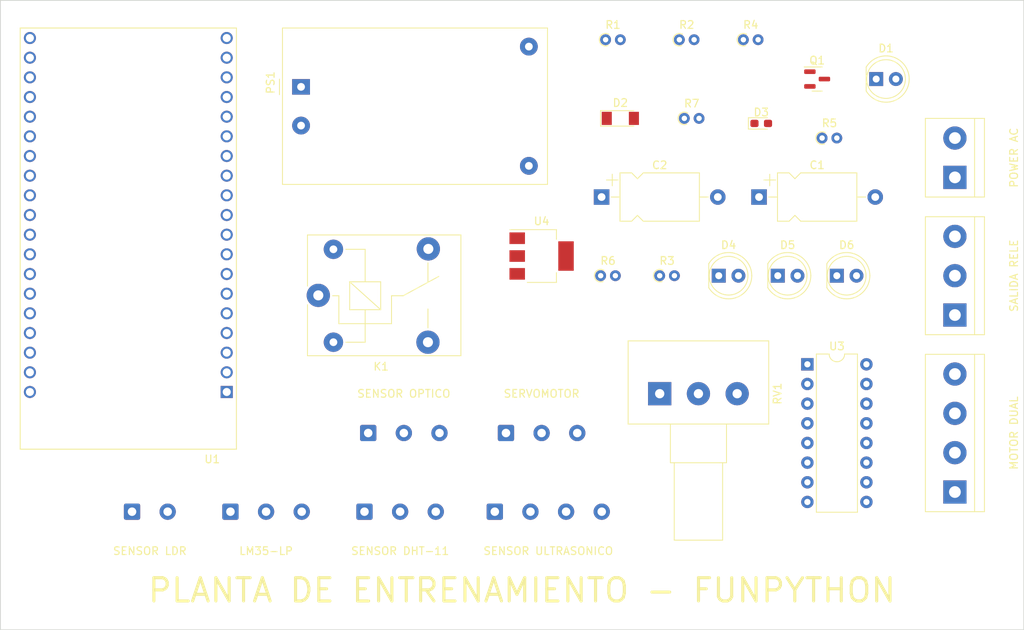
<source format=kicad_pcb>
(kicad_pcb (version 20211014) (generator pcbnew)
  (layers (0 "F.Cu" signal) (31 "B.Cu" signal) (34 "B.Paste" user) (35 "F.Paste" user) (36 "B.SilkS" user "B.Silkscreen") (37 "F.SilkS" user "F.Silkscreen") (38 "B.Mask" user) (39 "F.Mask" user) (44 "Edge.Cuts" user))
  (net 0 "")
  (net 1 "GND")
  (net 2 "Net-(J1-Pad2)")
  (net 3 "+12V")
  (net 4 "Net-(J2-Pad1)")
  (net 5 "Net-(J2-Pad2)")
  (net 6 "AC")
  (net 7 "Net-(D3-Pad2)")
  (net 8 "5v")
  (net 9 "Net-(Q1-Pad1)")
  (net 10 "IO32")
  (net 11 "Net-(D4-Pad1)")
  (net 12 "Net-(D5-Pad1)")
  (net 13 "Net-(D6-Pad1)")
  (net 14 "Net-(J7-Pad2)")
  (net 15 "IO13")
  (net 16 "Net-(D2-Pad2)")
  (net 17 "-5v")
  (net 18 "3.3v")
  (net 19 "IO25")
  (net 21 "IO26")
  (net 22 "IO34")
  (net 23 "Net-(J2-Pad3)")
  (net 25 "Net-(J2-Pad4)")
  (net 26 "IO35")
  (net 28 "IO36")
  (net 30 "IO33")
  (net 31 "IO27")
  (net 45 "IO18")
  (net 49 "I04")
  (net 50 "I00")
  (net 51 "I02")
  (net 58 "IO14")
  (net 59 "IO21")
  (footprint "Connector_Wire:SolderWire-0.5sqmm_1x03_P4.6mm_D0.9mm_OD2.1mm" (layer "F.Cu") (at 140.18 101.6)
    (fp_text reference "SERVOMOTOR" (at 4.6 -5.08) (layer "F.SilkS"))
    (fp_text value "Motor_Servo")
    (pad "1" thru_hole roundrect (at 0 0) (size 2.1 2.1) (drill 1.1) (layers *.Cu *.Mask) (roundrect_rratio 0.119048) (net 45 "IO18"))
    (pad "2" thru_hole circle (at 4.6 0) (size 2.1 2.1) (drill 1.1) (layers *.Cu *.Mask) (net 8 "5v"))
    (pad "3" thru_hole circle (at 9.2 0) (size 2.1 2.1) (drill 1.1) (layers *.Cu *.Mask) (net 1 "GND"))
  )
  (footprint "LED_THT:LED_D5.0mm" (layer "F.Cu") (at 167.64 81.28)
    (fp_text reference "D4" (at 1.27 -3.96) (layer "F.SilkS"))
    (fp_text value "LED")
    (fp_line (start -1.29 -1.545) (end -1.29 1.545) (layer "F.SilkS") (width 0.12))
    (fp_arc (start -1.29 -1.54483) (mid 2.072002 -2.880433) (end 4.26 0.000462) (layer "F.SilkS") (width 0.12))
    (fp_arc (start 4.26 -0.000462) (mid 2.072002 2.880433) (end -1.29 1.54483) (layer "F.SilkS") (width 0.12))
    (fp_circle (center 1.27 0) (end 3.77 0) (layer "F.SilkS") (width 0.12) (fill none))
    (pad "1" thru_hole rect (at 0 0) (size 1.8 1.8) (drill 0.9) (layers *.Cu *.Mask) (net 11 "Net-(D4-Pad1)"))
    (pad "2" thru_hole circle (at 2.54 0) (size 1.8 1.8) (drill 0.9) (layers *.Cu *.Mask) (net 51 "I02"))
  )
  (footprint "Connector_Wire:SolderWire-0.5sqmm_1x03_P4.6mm_D0.9mm_OD2.1mm" (layer "F.Cu") (at 122.4 101.6)
    (fp_text reference "SENSOR OPTICO" (at 4.6 -5.08) (layer "F.SilkS"))
    (fp_text value "SENSOR OPTICO")
    (pad "1" thru_hole roundrect (at 0 0) (size 2.1 2.1) (drill 1.1) (layers *.Cu *.Mask) (roundrect_rratio 0.119048) (net 8 "5v"))
    (pad "2" thru_hole circle (at 4.6 0) (size 2.1 2.1) (drill 1.1) (layers *.Cu *.Mask) (net 1 "GND"))
    (pad "3" thru_hole circle (at 9.2 0) (size 2.1 2.1) (drill 1.1) (layers *.Cu *.Mask) (net 31 "IO27"))
  )
  (footprint "Resistor_THT:R_Axial_DIN0204_L3.6mm_D1.6mm_P1.90mm_Vertical" (layer "F.Cu") (at 152.4 81.28)
    (fp_text reference "R6" (at 0.95 -1.92) (layer "F.SilkS"))
    (fp_text value "220ohm")
    (fp_arc (start 0.320095 0.749359) (mid -0.813042 -0.054435) (end 0.417133 -0.7) (layer "F.SilkS") (width 0.12))
    (pad "1" thru_hole circle (at 0 0) (size 1.4 1.4) (drill 0.7) (layers *.Cu *.Mask) (net 13 "Net-(D6-Pad1)"))
    (pad "2" thru_hole oval (at 1.9 0) (size 1.4 1.4) (drill 0.7) (layers *.Cu *.Mask) (net 1 "GND"))
  )
  (footprint "Relay_THT:Relay_SPDT_SANYOU_SRD_Series_Form_C" (layer "F.Cu") (at 115.96 83.82)
    (fp_text reference "K1" (at 8.1 9.2) (layer "F.SilkS"))
    (fp_text value "FINDER-34.51")
    (fp_line (start 6.05 -5.95) (end 3.55 -5.95) (layer "F.SilkS") (width 0.12))
    (fp_line (start -1.4 -7.8) (end 18.4 -7.8) (layer "F.SilkS") (width 0.12))
    (fp_line (start 8.05 1.85) (end 4.05 -1.75) (layer "F.SilkS") (width 0.12))
    (fp_line (start 4.05 -1.75) (end 8.05 -1.75) (layer "F.SilkS") (width 0.12))
    (fp_line (start 3.55 6.05) (end 6.05 6.05) (layer "F.SilkS") (width 0.12))
    (fp_line (start 8.05 -1.75) (end 8.05 1.85) (layer "F.SilkS") (width 0.12))
    (fp_line (start -1.4 1.2) (end -1.4 7.8) (layer "F.SilkS") (width 0.12))
    (fp_line (start 14.15 4.2) (end 14.15 1.75) (layer "F.SilkS") (width 0.12))
    (fp_line (start 14.15 -4.2) (end 14.15 -1.7) (layer "F.SilkS") (width 0.12))
    (fp_line (start 10.95 0.05) (end 15.55 -2.45) (layer "F.SilkS") (width 0.12))
    (fp_line (start 6.05 -5.95) (end 6.05 -1.75) (layer "F.SilkS") (width 0.12))
    (fp_line (start 18.4 -7.8) (end 18.4 7.8) (layer "F.SilkS") (width 0.12))
    (fp_line (start 6.05 1.85) (end 6.05 6.05) (layer "F.SilkS") (width 0.12))
    (fp_line (start 9.45 0.05) (end 10.95 0.05) (layer "F.SilkS") (width 0.12))
    (fp_line (start 4.05 1.85) (end 4.05 -1.75) (layer "F.SilkS") (width 0.12))
    (fp_line (start 18.4 7.8) (end -1.4 7.8) (layer "F.SilkS") (width 0.12))
    (fp_line (start 8.05 1.85) (end 4.05 1.85) (layer "F.SilkS") (width 0.12))
    (fp_line (start -1.4 -7.8) (end -1.4 -1.2) (layer "F.SilkS") (width 0.12))
    (fp_line (start 2.65 0.05) (end 1.85 0.05) (layer "F.SilkS") (width 0.12))
    (fp_line (start 9.45 3.65) (end 2.65 3.65) (layer "F.SilkS") (width 0.12))
    (fp_line (start 9.45 0.05) (end 9.45 3.65) (layer "F.SilkS") (width 0.12))
    (fp_line (start 2.65 0.05) (end 2.65 3.65) (layer "F.SilkS") (width 0.12))
    (pad "1" thru_hole circle (at 0 0 90) (size 3 3) (drill 1.3) (layers *.Cu *.Mask) (net 16 "Net-(D2-Pad2)"))
    (pad "2" thru_hole circle (at 1.95 6.05 90) (size 2.5 2.5) (drill 1) (layers *.Cu *.Mask) (net 8 "5v"))
    (pad "3" thru_hole circle (at 14.15 6.05 90) (size 3 3) (drill 1.3) (layers *.Cu *.Mask) (net 2 "Net-(J1-Pad2)"))
    (pad "4" thru_hole circle (at 14.2 -6 90) (size 3 3) (drill 1.3) (layers *.Cu *.Mask) (net 3 "+12V"))
    (pad "5" thru_hole circle (at 1.95 -5.95 90) (size 2.5 2.5) (drill 1) (layers *.Cu *.Mask) (net 1 "GND"))
  )
  (footprint "Package_TO_SOT_SMD:SOT-23" (layer "F.Cu") (at 180.34 55.88)
    (fp_text reference "Q1" (at 0 -2.4) (layer "F.SilkS"))
    (fp_text value "2N7002")
    (fp_line (start 0 -1.56) (end -1.675 -1.56) (layer "F.SilkS") (width 0.12))
    (fp_line (start 0 1.56) (end 0.65 1.56) (layer "F.SilkS") (width 0.12))
    (fp_line (start 0 1.56) (end -0.65 1.56) (layer "F.SilkS") (width 0.12))
    (fp_line (start 0 -1.56) (end 0.65 -1.56) (layer "F.SilkS") (width 0.12))
    (pad "1" smd roundrect (at -0.9375 -0.95) (size 1.475 0.6) (layers "F.Cu" "F.Paste" "F.Mask") (net 9 "Net-(Q1-Pad1)"))
    (pad "2" smd roundrect (at -0.9375 0.95) (size 1.475 0.6) (layers "F.Cu" "F.Paste" "F.Mask") (net 1 "GND"))
    (pad "3" smd roundrect (at 0.9375 0) (size 1.475 0.6) (layers "F.Cu" "F.Paste" "F.Mask") (net 16 "Net-(D2-Pad2)"))
  )
  (footprint "LED_THT:LED_D5.0mm" (layer "F.Cu") (at 187.96 55.88)
    (fp_text reference "D1" (at 1.27 -3.96) (layer "F.SilkS"))
    (fp_text value "LED")
    (fp_line (start -1.29 -1.545) (end -1.29 1.545) (layer "F.SilkS") (width 0.12))
    (fp_arc (start -1.29 -1.54483) (mid 2.072002 -2.880433) (end 4.26 0.000462) (layer "F.SilkS") (width 0.12))
    (fp_arc (start 4.26 -0.000462) (mid 2.072002 2.880433) (end -1.29 1.54483) (layer "F.SilkS") (width 0.12))
    (fp_circle (center 1.27 0) (end 3.77 0) (layer "F.SilkS") (width 0.12) (fill none))
    (pad "1" thru_hole rect (at 0 0) (size 1.8 1.8) (drill 0.9) (layers *.Cu *.Mask))
    (pad "2" thru_hole circle (at 2.54 0) (size 1.8 1.8) (drill 0.9) (layers *.Cu *.Mask))
  )
  (footprint "Resistor_THT:R_Axial_DIN0204_L3.6mm_D1.6mm_P1.90mm_Vertical" (layer "F.Cu") (at 163.2 60.96)
    (fp_text reference "R7" (at 0.95 -1.92) (layer "F.SilkS"))
    (fp_text value "10k")
    (fp_arc (start 0.320095 0.749359) (mid -0.813042 -0.054435) (end 0.417133 -0.7) (layer "F.SilkS") (width 0.12))
    (pad "1" thru_hole circle (at 0 0) (size 1.4 1.4) (drill 0.7) (layers *.Cu *.Mask) (net 1 "GND"))
    (pad "2" thru_hole oval (at 1.9 0) (size 1.4 1.4) (drill 0.7) (layers *.Cu *.Mask) (net 14 "Net-(J7-Pad2)"))
  )
  (footprint "Capacitor_THT:CP_Axial_L10.0mm_D6.0mm_P15.00mm_Horizontal" (layer "F.Cu") (at 172.84 71.12)
    (fp_text reference "C1" (at 7.5 -4.12) (layer "F.SilkS"))
    (fp_text value "10uf")
    (fp_line (start 3.88 -3.12) (end 4.63 -2.37) (layer "F.SilkS") (width 0.12))
    (fp_line (start 1.24 0) (end 2.38 0) (layer "F.SilkS") (width 0.12))
    (fp_line (start 4.63 2.37) (end 5.38 3.12) (layer "F.SilkS") (width 0.12))
    (fp_line (start 1.38 -2.95) (end 1.38 -1.45) (layer "F.SilkS") (width 0.12))
    (fp_line (start 0.63 -2.2) (end 2.13 -2.2) (layer "F.SilkS") (width 0.12))
    (fp_line (start 2.38 3.12) (end 3.88 3.12) (layer "F.SilkS") (width 0.12))
    (fp_line (start 2.38 -3.12) (end 3.88 -3.12) (layer "F.SilkS") (width 0.12))
    (fp_line (start 5.38 -3.12) (end 12.62 -3.12) (layer "F.SilkS") (width 0.12))
    (fp_line (start 2.38 -3.12) (end 2.38 3.12) (layer "F.SilkS") (width 0.12))
    (fp_line (start 4.63 -2.37) (end 5.38 -3.12) (layer "F.SilkS") (width 0.12))
    (fp_line (start 12.62 -3.12) (end 12.62 3.12) (layer "F.SilkS") (width 0.12))
    (fp_line (start 5.38 3.12) (end 12.62 3.12) (layer "F.SilkS") (width 0.12))
    (fp_line (start 3.88 3.12) (end 4.63 2.37) (layer "F.SilkS") (width 0.12))
    (fp_line (start 13.76 0) (end 12.62 0) (layer "F.SilkS") (width 0.12))
    (pad "1" thru_hole rect (at 0 0) (size 2 2) (drill 1) (layers *.Cu *.Mask) (net 8 "5v"))
    (pad "2" thru_hole oval (at 15 0) (size 2 2) (drill 1) (layers *.Cu *.Mask) (net 17 "-5v"))
  )
  (footprint "Capacitor_THT:CP_Axial_L10.0mm_D6.0mm_P15.00mm_Horizontal" (layer "F.Cu") (at 152.52 71.12)
    (fp_text reference "C2" (at 7.5 -4.12) (layer "F.SilkS"))
    (fp_text value "100nf")
    (fp_line (start 1.24 0) (end 2.38 0) (layer "F.SilkS") (width 0.12))
    (fp_line (start 2.38 -3.12) (end 3.88 -3.12) (layer "F.SilkS") (width 0.12))
    (fp_line (start 3.88 3.12) (end 4.63 2.37) (layer "F.SilkS") (width 0.12))
    (fp_line (start 2.38 3.12) (end 3.88 3.12) (layer "F.SilkS") (width 0.12))
    (fp_line (start 5.38 -3.12) (end 12.62 -3.12) (layer "F.SilkS") (width 0.12))
    (fp_line (start 4.63 -2.37) (end 5.38 -3.12) (layer "F.SilkS") (width 0.12))
    (fp_line (start 12.62 -3.12) (end 12.62 3.12) (layer "F.SilkS") (width 0.12))
    (fp_line (start 0.63 -2.2) (end 2.13 -2.2) (layer "F.SilkS") (width 0.12))
    (fp_line (start 3.88 -3.12) (end 4.63 -2.37) (layer "F.SilkS") (width 0.12))
    (fp_line (start 5.38 3.12) (end 12.62 3.12) (layer "F.SilkS") (width 0.12))
    (fp_line (start 13.76 0) (end 12.62 0) (layer "F.SilkS") (width 0.12))
    (fp_line (start 1.38 -2.95) (end 1.38 -1.45) (layer "F.SilkS") (width 0.12))
    (fp_line (start 2.38 -3.12) (end 2.38 3.12) (layer "F.SilkS") (width 0.12))
    (fp_line (start 4.63 2.37) (end 5.38 3.12) (layer "F.SilkS") (width 0.12))
    (pad "1" thru_hole rect (at 0 0) (size 2 2) (drill 1) (layers *.Cu *.Mask) (net 18 "3.3v"))
    (pad "2" thru_hole oval (at 15 0) (size 2 2) (drill 1) (layers *.Cu *.Mask) (net 17 "-5v"))
  )
  (footprint "LED_THT:LED_D5.0mm" (layer "F.Cu") (at 175.26 81.28)
    (fp_text reference "D5" (at 1.27 -3.96) (layer "F.SilkS"))
    (fp_text value "LED")
    (fp_line (start -1.29 -1.545) (end -1.29 1.545) (layer "F.SilkS") (width 0.12))
    (fp_arc (start 4.26 -0.000462) (mid 2.072002 2.880433) (end -1.29 1.54483) (layer "F.SilkS") (width 0.12))
    (fp_arc (start -1.29 -1.54483) (mid 2.072002 -2.880433) (end 4.26 0.000462) (layer "F.SilkS") (width 0.12))
    (fp_circle (center 1.27 0) (end 3.77 0) (layer "F.SilkS") (width 0.12) (fill none))
    (pad "1" thru_hole rect (at 0 0) (size 1.8 1.8) (drill 0.9) (layers *.Cu *.Mask) (net 12 "Net-(D5-Pad1)"))
    (pad "2" thru_hole circle (at 2.54 0) (size 1.8 1.8) (drill 0.9) (layers *.Cu *.Mask) (net 50 "I00"))
  )
  (footprint "LED_SMD:LED_0603_1608Metric_Pad1.05x0.95mm_HandSolder" (layer "F.Cu") (at 173.125 61.61)
    (fp_text reference "D3" (at 0 -1.43) (layer "F.SilkS"))
    (fp_text value "LED")
    (fp_line (start 0.8 -0.735) (end -1.66 -0.735) (layer "F.SilkS") (width 0.12))
    (fp_line (start -1.66 0.735) (end 0.8 0.735) (layer "F.SilkS") (width 0.12))
    (fp_line (start -1.66 -0.735) (end -1.66 0.735) (layer "F.SilkS") (width 0.12))
    (pad "1" smd roundrect (at -0.875 0) (size 1.05 0.95) (layers "F.Cu" "F.Paste" "F.Mask") (net 16 "Net-(D2-Pad2)"))
    (pad "2" smd roundrect (at 0.875 0) (size 1.05 0.95) (layers "F.Cu" "F.Paste" "F.Mask") (net 7 "Net-(D3-Pad2)"))
  )
  (footprint "Connector_Wire:SolderWire-0.5sqmm_1x03_P4.6mm_D0.9mm_OD2.1mm" (layer "F.Cu") (at 121.92 111.76)
    (fp_text reference "SENSOR DHT-11" (at 4.6 5.08) (layer "F.SilkS"))
    (fp_text value "SENSOR DHT11")
    (pad "1" thru_hole roundrect (at 0 0) (size 2.1 2.1) (drill 1.1) (layers *.Cu *.Mask) (roundrect_rratio 0.119048) (net 1 "GND"))
    (pad "2" thru_hole circle (at 4.6 0) (size 2.1 2.1) (drill 1.1) (layers *.Cu *.Mask) (net 58 "IO14"))
    (pad "3" thru_hole circle (at 9.2 0) (size 2.1 2.1) (drill 1.1) (layers *.Cu *.Mask) (net 8 "5v"))
  )
  (footprint "TerminalBlock:TerminalBlock_bornier-4_P5.08mm" (layer "F.Cu") (at 198.12 109.22 90)
    (fp_text reference "MOTOR DUAL" (at 7.62 7.62 90) (layer "F.SilkS"))
    (fp_text value "MOTOR ")
    (fp_line (start 17.78 2.54) (end -2.54 2.54) (layer "F.SilkS") (width 0.12))
    (fp_line (start -2.54 -3.81) (end 17.78 -3.81) (layer "F.SilkS") (width 0.12))
    (fp_line (start -2.54 3.81) (end 17.78 3.81) (layer "F.SilkS") (width 0.12))
    (fp_line (start -2.54 -3.81) (end -2.54 3.81) (layer "F.SilkS") (width 0.12))
    (fp_line (start 17.78 3.81) (end 17.78 -3.81) (layer "F.SilkS") (width 0.12))
    (pad "1" thru_hole rect (at 0 0 90) (size 3 3) (drill 1.52) (layers *.Cu *.Mask) (net 4 "Net-(J2-Pad1)"))
    (pad "2" thru_hole circle (at 5.08 0 90) (size 3 3) (drill 1.52) (layers *.Cu *.Mask) (net 5 "Net-(J2-Pad2)"))
    (pad "3" thru_hole circle (at 10.16 0 90) (size 3 3) (drill 1.52) (layers *.Cu *.Mask) (net 23 "Net-(J2-Pad3)"))
    (pad "4" thru_hole circle (at 15.24 0 90) (size 3 3) (drill 1.52) (layers *.Cu *.Mask) (net 25 "Net-(J2-Pad4)"))
  )
  (footprint "Converter_ACDC:Converter_ACDC_HiLink_HLK-PMxx" (layer "F.Cu") (at 113.735 56.89)
    (fp_text reference "PS1" (at -3.94 -0.55 90) (layer "F.SilkS"))
    (fp_text value "HLK-PM01")
    (fp_line (start -2.4 -7.6) (end -2.4 12.6) (layer "F.SilkS") (width 0.12))
    (fp_line (start 31.8 12.6) (end 31.8 -7.6) (layer "F.SilkS") (width 0.12))
    (fp_line (start -2.79 -1) (end -2.79 1.01) (layer "F.SilkS") (width 0.12))
    (fp_line (start 31.8 -7.6) (end -2.4 -7.6) (layer "F.SilkS") (width 0.12))
    (fp_line (start -2.4 12.6) (end 31.8 12.6) (layer "F.SilkS") (width 0.12))
    (pad "1" thru_hole rect (at 0 0) (size 2.3 2) (drill 1) (layers *.Cu *.Mask) (net 6 "AC"))
    (pad "2" thru_hole circle (at 0 5) (size 2.3 2.3) (drill 1) (layers *.Cu *.Mask) (net 6 "AC"))
    (pad "3" thru_hole circle (at 29.4 -5.2) (size 2.3 2.3) (drill 1) (layers *.Cu *.Mask) (net 17 "-5v"))
    (pad "4" thru_hole circle (at 29.4 10.2) (size 2.3 2.3) (drill 1) (layers *.Cu *.Mask) (net 8 "5v"))
  )
  (footprint "Module:MODULE_ESP32-DEVKITC-32D" (layer "F.Cu") (at 91.44 76.54 180)
    (fp_text reference "U1" (at -10.829175 -28.446045) (layer "F.SilkS") (effects (font (size 1.000386 1.000386))))
    (fp_text value "ESP32-DEVKITC-32D")
    (fp_line (start -13.95 -27.15) (end 13.95 -27.15) (layer "F.SilkS") (width 0.127))
    (fp_line (start 13.95 -27.15) (end 13.95 27.25) (layer "F.SilkS") (width 0.127))
    (fp_line (start -13.95 27.25) (end -13.95 -27.15) (layer "F.SilkS") (width 0.127))
    (fp_line (start 13.95 27.25) (end -13.95 27.25) (layer "F.SilkS") (width 0.127))
    (pad "1" thru_hole rect (at -12.7 -19.76 180) (size 1.56 1.56) (drill 1.04) (layers *.Cu *.Mask) (net 18 "3.3v"))
    (pad "2" thru_hole circle (at -12.7 -17.22 180) (size 1.56 1.56) (drill 1.04) (layers *.Cu *.Mask))
    (pad "3" thru_hole circle (at -12.7 -14.68 180) (size 1.56 1.56) (drill 1.04) (layers *.Cu *.Mask) (net 28 "IO36"))
    (pad "4" thru_hole circle (at -12.7 -12.14 180) (size 1.56 1.56) (drill 1.04) (layers *.Cu *.Mask))
    (pad "5" thru_hole circle (at -12.7 -9.6 180) (size 1.56 1.56) (drill 1.04) (layers *.Cu *.Mask) (net 22 "IO34"))
    (pad "6" thru_hole circle (at -12.7 -7.06 180) (size 1.56 1.56) (drill 1.04) (layers *.Cu *.Mask) (net 26 "IO35"))
    (pad "7" thru_hole circle (at -12.7 -4.52 180) (size 1.56 1.56) (drill 1.04) (layers *.Cu *.Mask) (net 10 "IO32"))
    (pad "8" thru_hole circle (at -12.7 -1.98 180) (size 1.56 1.56) (drill 1.04) (layers *.Cu *.Mask) (net 30 "IO33"))
    (pad "9" thru_hole circle (at -12.7 0.56 180) (size 1.56 1.56) (drill 1.04) (layers *.Cu *.Mask) (net 19 "IO25"))
    (pad "10" thru_hole circle (at -12.7 3.1 180) (size 1.56 1.56) (drill 1.04) (layers *.Cu *.Mask) (net 21 "IO26"))
    (pad "11" thru_hole circle (at -12.7 5.64 180) (size 1.56 1.56) (drill 1.04) (layers *.Cu *.Mask) (net 31 "IO27"))
    (pad "12" thru_hole circle (at -12.7 8.18 180) (size 1.56 1.56) (drill 1.04) (layers *.Cu *.Mask))
    (pad "13" thru_hole circle (at -12.7 10.72 180) (size 1.56 1.56) (drill 1.04) (layers *.Cu *.Mask))
    (pad "14" thru_hole circle (at -12.7 13.26 180) (size 1.56 1.56) (drill 1.04) (layers *.Cu *.Mask) (net 1 "GND"))
    (pad "15" thru_hole circle (at -12.7 15.8 180) (size 1.56 1.56) (drill 1.04) (layers *.Cu *.Mask) (net 15 "IO13"))
    (pad "16" thru_hole circle (at -12.7 18.34 180) (size 1.56 1.56) (drill 1.04) (layers *.Cu *.Mask))
    (pad "17" thru_hole circle (at -12.7 20.88 180) (size 1.56 1.56) (drill 1.04) (layers *.Cu *.Mask))
    (pad "18" thru_hole circle (at -12.7 23.42 180) (size 1.56 1.56) (drill 1.04) (layers *.Cu *.Mask))
    (pad "19" thru_hole circle (at -12.7 25.96 180) (size 1.56 1.56) (drill 1.04) (layers *.Cu *.Mask))
    (pad "20" thru_hole circle (at 12.7 -19.76 180) (size 1.56 1.56) (drill 1.04) (layers *.Cu *.Mask))
    (pad "21" thru_hole circle (at 12.7 -17.22 180) (size 1.56 1.56) (drill 1.04) (layers *.Cu *.Mask))
    (pad "22" thru_hole circle (at 12.7 -14.68 180) (size 1.56 1.56) (drill 1.04) (layers *.Cu *.Mask))
    (pad "23" thru_hole circle (at 12.7 -12.14 180) (size 1.56 1.56) (drill 1.04) (layers *.Cu *.Mask))
    (pad "24" thru_hole circle (at 12.7 -9.6 180) (size 1.56 1.56) (drill 1.04) (layers *.Cu *.Mask))
    (pad "25" thru_hole circle (at 12.7 -7.06 180) (size 1.56 1.56) (drill 1.04) (layers *.Cu *.Mask) (net 59 "IO21"))
    (pad "26" thru_hole circle (at 12.7 -4.52 180) (size 1.56 1.56) (drill 1.04) (layers *.Cu *.Mask))
    (pad "27" thru_hole circle (at 12.7 -1.98 180) (size 1.56 1.56) (drill 1.04) (layers *.Cu *.Mask))
    (pad "28" thru_hole circle (at 12.7 0.56 180) (size 1.56 1.56) (drill 1.04) (layers *.Cu *.Mask) (net 45 "IO18"))
    (pad "29" thru_hole circle (at 12.7 3.1 180) (size 1.56 1.56) (drill 1.04) (layers *.Cu *.Mask))
    (pad "30" thru_hole circle (at 12.7 5.64 180) (size 1.56 1.56) (drill 1.04) (layers *.Cu *.Mask))
    (pad "31" thru_hole circle (at 12.7 8.18 180) (size 1.56 1.56) (drill 1.04) (layers *.Cu *.Mask))
    (pad "32" thru_hole circle (at 12.7 10.72 180) (size 1.56 1.56) (drill 1.04) (layers *.Cu *.Mask) (net 49 "I04"))
    (pad "33" thru_hole circle (at 12.7 13.26 180) (size 1.56 1.56) (drill 1.04) (layers *.Cu *.Mask) (net 50 "I00"))
    (pad "34" thru_hole circle (at 12.7 15.8 180) (size 1.56 1.56) (drill 1.04) (layers *.Cu *.Mask) (net 51 "I02"))
    (pad "35" thru_hole circle (at 12.7 18.34 180) (size 1.56 1.56) (drill 1.04) (layers *.Cu *.Mask))
    (pad "36" thru_hole circle (at 12.7 20.88 180) (size 1.56 1.56) (drill 1.04) (layers *.Cu *.Mask))
    (pad "37" thru_hole circle (at 12.7 23.42 180) (size 1.56 1.56) (drill 1.04) (layers *.Cu *.Mask))
    (pad "38" thru_hole circle (at 12.7 25.96 180) (size 1.56 1.56) (drill 1.04) (layers *.Cu *.Mask))
  )
  (footprint "Resistor_THT:R_Axial_DIN0204_L3.6mm_D1.6mm_P1.90mm_Vertical" (layer "F.Cu") (at 153.04 50.8)
    (fp_text reference "R1" (at 0.95 -1.92) (layer "F.SilkS"))
    (fp_text value "1k")
    (fp_arc (start 0.320095 0.749359) (mid -0.813042 -0.054435) (end 0.417133 -0.7) (layer "F.SilkS") (width 0.12))
    (pad "1" thru_hole circle (at 0 0) (size 1.4 1.4) (drill 0.7) (layers *.Cu *.Mask) (net 7 "Net-(D3-Pad2)"))
    (pad "2" thru_hole oval (at 1.9 0) (size 1.4 1.4) (drill 0.7) (layers *.Cu *.Mask) (net 8 "5v"))
  )
  (footprint "Package_TO_SOT_SMD:SOT-223-3_TabPin2" (layer "F.Cu") (at 144.78 78.74)
    (fp_text reference "U4" (at 0 -4.5) (layer "F.SilkS"))
    (fp_text value "LD1117S33TR_SOT223")
    (fp_line (start 1.91 -3.41) (end 1.91 -2.15) (layer "F.SilkS") (width 0.12))
    (fp_line (start -4.1 -3.41) (end 1.91 -3.41) (layer "F.SilkS") (width 0.12))
    (fp_line (start -1.85 3.41) (end 1.91 3.41) (layer "F.SilkS") (width 0.12))
    (fp_line (start 1.91 3.41) (end 1.91 2.15) (layer "F.SilkS") (width 0.12))
    (pad "1" smd rect (at -3.15 -2.3) (size 2 1.5) (layers "F.Cu" "F.Paste" "F.Mask") (net 17 "-5v"))
    (pad "2" smd rect (at 3.15 0) (size 2 3.8) (layers "F.Cu" "F.Paste" "F.Mask") (net 18 "3.3v"))
    (pad "2" smd rect (at -3.15 0) (size 2 1.5) (layers "F.Cu" "F.Paste" "F.Mask") (net 18 "3.3v"))
    (pad "3" smd rect (at -3.15 2.3) (size 2 1.5) (layers "F.Cu" "F.Paste" "F.Mask") (net 8 "5v"))
  )
  (footprint "Resistor_THT:R_Axial_DIN0204_L3.6mm_D1.6mm_P1.90mm_Vertical" (layer "F.Cu") (at 180.98 63.5)
    (fp_text reference "R5" (at 0.95 -1.92) (layer "F.SilkS"))
    (fp_text value "220ohm")
    (fp_arc (start 0.320095 0.749359) (mid -0.813042 -0.054435) (end 0.417133 -0.7) (layer "F.SilkS") (width 0.12))
    (pad "1" thru_hole circle (at 0 0) (size 1.4 1.4) (drill 0.7) (layers *.Cu *.Mask) (net 12 "Net-(D5-Pad1)"))
    (pad "2" thru_hole oval (at 1.9 0) (size 1.4 1.4) (drill 0.7) (layers *.Cu *.Mask) (net 1 "GND"))
  )
  (footprint "Package_DIP:DIP-16_W7.62mm" (layer "F.Cu") (at 179.08 92.725)
    (fp_text reference "U3" (at 3.81 -2.33) (layer "F.SilkS"))
    (fp_text value "L293D")
    (fp_line (start 6.46 19.11) (end 6.46 -1.33) (layer "F.SilkS") (width 0.12))
    (fp_line (start 1.16 -1.33) (end 1.16 19.11) (layer "F.SilkS") (width 0.12))
    (fp_line (start 6.46 -1.33) (end 4.81 -1.33) (layer "F.SilkS") (width 0.12))
    (fp_line (start 2.81 -1.33) (end 1.16 -1.33) (layer "F.SilkS") (width 0.12))
    (fp_line (start 1.16 19.11) (end 6.46 19.11) (layer "F.SilkS") (width 0.12))
    (fp_arc (start 4.81 -1.33) (mid 3.81 -0.33) (end 2.81 -1.33) (layer "F.SilkS") (width 0.12))
    (pad "1" thru_hole rect (at 0 0) (size 1.6 1.6) (drill 0.8) (layers *.Cu *.Mask) (net 8 "5v"))
    (pad "2" thru_hole oval (at 0 2.54) (size 1.6 1.6) (drill 0.8) (layers *.Cu *.Mask) (net 19 "IO25"))
    (pad "3" thru_hole oval (at 0 5.08) (size 1.6 1.6) (drill 0.8) (layers *.Cu *.Mask) (net 4 "Net-(J2-Pad1)"))
    (pad "4" thru_hole oval (at 0 7.62) (size 1.6 1.6) (drill 0.8) (layers *.Cu *.Mask) (net 1 "GND"))
    (pad "5" thru_hole oval (at 0 10.16) (size 1.6 1.6) (drill 0.8) (layers *.Cu *.Mask))
    (pad "6" thru_hole oval (at 0 12.7) (size 1.6 1.6) (drill 0.8) (layers *.Cu *.Mask) (net 5 "Net-(J2-Pad2)"))
    (pad "7" thru_hole oval (at 0 15.24) (size 1.6 1.6) (drill 0.8) (layers *.Cu *.Mask) (net 21 "IO26"))
    (pad "8" thru_hole oval (at 0 17.78) (size 1.6 1.6) (drill 0.8) (layers *.Cu *.Mask) (net 8 "5v"))
    (pad "9" thru_hole oval (at 7.62 17.78) (size 1.6 1.6) (drill 0.8) (layers *.Cu *.Mask) (net 8 "5v"))
    (pad "10" thru_hole oval (at 7.62 15.24) (size 1.6 1.6) (drill 0.8) (layers *.Cu *.Mask) (net 22 "IO34"))
    (pad "11" thru_hole oval (at 7.62 12.7) (size 1.6 1.6) (drill 0.8) (layers *.Cu *.Mask) (net 23 "Net-(J2-Pad3)"))
    (pad "12" thru_hole oval (at 7.62 10.16) (size 1.6 1.6) (drill 0.8) (layers *.Cu *.Mask))
    (pad "13" thru_hole oval (at 7.62 7.62) (size 1.6 1.6) (drill 0.8) (layers *.Cu *.Mask) (net 1 "GND"))
    (pad "14" thru_hole oval (at 7.62 5.08) (size 1.6 1.6) (drill 0.8) (layers *.Cu *.Mask) (net 25 "Net-(J2-Pad4)"))
    (pad "15" thru_hole oval (at 7.62 2.54) (size 1.6 1.6) (drill 0.8) (layers *.Cu *.Mask) (net 26 "IO35"))
    (pad "16" thru_hole oval (at 7.62 0) (size 1.6 1.6) (drill 0.8) (layers *.Cu *.Mask) (net 8 "5v"))
  )
  (footprint "Connector_Wire:SolderWire-0.5sqmm_1x03_P4.6mm_D0.9mm_OD2.1mm" (layer "F.Cu") (at 104.62 111.76)
    (fp_text reference "LM35-LP" (at 4.6 5.08) (layer "F.SilkS"))
    (fp_text value "LM35-LP")
    (pad "1" thru_hole roundrect (at 0 0) (size 2.1 2.1) (drill 1.1) (layers *.Cu *.Mask) (roundrect_rratio 0.119048) (net 8 "5v"))
    (pad "2" thru_hole circle (at 4.6 0) (size 2.1 2.1) (drill 1.1) (layers *.Cu *.Mask) (net 59 "IO21"))
    (pad "3" thru_hole circle (at 9.2 0) (size 2.1 2.1) (drill 1.1) (layers *.Cu *.Mask) (net 1 "GND"))
  )
  (footprint "TerminalBlock:TerminalBlock_bornier-2_P5.08mm" (layer "F.Cu") (at 198.12 68.58 90)
    (fp_text reference "POWER AC" (at 2.54 7.62 90) (layer "F.SilkS"))
    (fp_text value "Screw_Terminal_01x02")
    (fp_line (start 7.62 -3.81) (end -2.54 -3.81) (layer "F.SilkS") (width 0.12))
    (fp_line (start 7.62 3.81) (end 7.62 -3.81) (layer "F.SilkS") (width 0.12))
    (fp_line (start 7.62 2.54) (end -2.54 2.54) (layer "F.SilkS") (width 0.12))
    (fp_line (start -2.54 -3.81) (end -2.54 3.81) (layer "F.SilkS") (width 0.12))
    (fp_line (start -2.54 3.81) (end 7.62 3.81) (layer "F.SilkS") (width 0.12))
    (pad "1" thru_hole rect (at 0 0 90) (size 3 3) (drill 1.52) (layers *.Cu *.Mask) (net 6 "AC"))
    (pad "2" thru_hole circle (at 5.08 0 90) (size 3 3) (drill 1.52) (layers *.Cu *.Mask) (net 6 "AC"))
  )
  (footprint "Diode_SMD:D_MiniMELF" (layer "F.Cu") (at 154.94 60.96)
    (fp_text reference "D2" (at 0 -2) (layer "F.SilkS"))
    (fp_text value "LL4148")
    (fp_line (start 1.75 -1) (end -2.55 -1) (layer "F.SilkS") (width 0.12))
    (fp_line (start -2.55 1) (end 1.75 1) (layer "F.SilkS") (width 0.12))
    (fp_line (start -2.55 -1) (end -2.55 1) (layer "F.SilkS") (width 0.12))
    (pad "1" smd rect (at -1.75 0) (size 1.3 1.7) (layers "F.Cu" "F.Paste" "F.Mask") (net 8 "5v"))
    (pad "2" smd rect (at 1.75 0) (size 1.3 1.7) (layers "F.Cu" "F.Paste" "F.Mask") (net 16 "Net-(D2-Pad2)"))
  )
  (footprint "Resistor_THT:R_Axial_DIN0204_L3.6mm_D1.6mm_P1.90mm_Vertical" (layer "F.Cu") (at 162.56 50.8)
    (fp_text reference "R2" (at 0.95 -1.92) (layer "F.SilkS"))
    (fp_text value "2k")
    (fp_arc (start 0.320095 0.749359) (mid -0.813042 -0.054435) (end 0.417133 -0.7) (layer "F.SilkS") (width 0.12))
    (pad "1" thru_hole circle (at 0 0) (size 1.4 1.4) (drill 0.7) (layers *.Cu *.Mask) (net 9 "Net-(Q1-Pad1)"))
    (pad "2" thru_hole oval (at 1.9 0) (size 1.4 1.4) (drill 0.7) (layers *.Cu *.Mask) (net 10 "IO32"))
  )
  (footprint "Potentiometer_THT:Potentiometer_Alps_RK163_Single_Horizontal" (layer "F.Cu") (at 160.02 96.52 90)
    (fp_text reference "RV1" (at 0 15.2 90) (layer "F.SilkS"))
    (fp_text value "R_Potentiometer")
    (fp_line (start -3.92 14.07) (end -3.92 -4.07) (layer "F.SilkS") (width 0.12))
    (fp_line (start -3.92 8.62) (end -8.92 8.62) (layer "F.SilkS") (width 0.12))
    (fp_line (start 6.82 14.07) (end 6.82 -4.07) (layer "F.SilkS") (width 0.12))
    (fp_line (start -8.92 8.62) (end -8.92 1.38) (layer "F.SilkS") (width 0.12))
    (fp_line (start -8.92 8.12) (end -18.92 8.12) (layer "F.SilkS") (width 0.12))
    (fp_line (start -8.92 1.88) (end -18.92 1.88) (layer "F.SilkS") (width 0.12))
    (fp_line (start 6.82 -4.07) (end -3.92 -4.07) (layer "F.SilkS") (width 0.12))
    (fp_line (start 6.82 14.07) (end -3.92 14.07) (layer "F.SilkS") (width 0.12))
    (fp_line (start -18.92 8.12) (end -18.92 1.88) (layer "F.SilkS") (width 0.12))
    (fp_line (start -3.92 1.38) (end -8.92 1.38) (layer "F.SilkS") (width 0.12))
    (pad "1" thru_hole rect (at 0 0 270) (size 3 3) (drill 1.2) (layers *.Cu *.Mask) (net 8 "5v"))
    (pad "2" thru_hole circle (at 0 5 270) (size 3 3) (drill 1.2) (layers *.Cu *.Mask) (net 15 "IO13"))
    (pad "3" thru_hole circle (at 0 10 270) (size 3 3) (drill 1.2) (layers *.Cu *.Mask) (net 1 "GND"))
  )
  (footprint "Resistor_THT:R_Axial_DIN0204_L3.6mm_D1.6mm_P1.90mm_Vertical" (layer "F.Cu") (at 170.82 50.8)
    (fp_text reference "R4" (at 0.95 -1.92) (layer "F.SilkS"))
    (fp_text value "220ohm")
    (fp_arc (start 0.320095 0.749359) (mid -0.813042 -0.054435) (end 0.417133 -0.7) (layer "F.SilkS") (width 0.12))
    (pad "1" thru_hole circle (at 0 0) (size 1.4 1.4) (drill 0.7) (layers *.Cu *.Mask) (net 11 "Net-(D4-Pad1)"))
    (pad "2" thru_hole oval (at 1.9 0) (size 1.4 1.4) (drill 0.7) (layers *.Cu *.Mask) (net 1 "GND"))
  )
  (footprint "Connector_Wire:SolderWire-0.5sqmm_1x04_P4.6mm_D0.9mm_OD2.1mm" (layer "F.Cu") (at 138.74 111.76)
    (fp_text reference "SENSOR ULTRASONICO" (at 6.9 5.08) (layer "F.SilkS"))
    (fp_text value "SENSOR ULTRASONICO")
    (pad "1" thru_hole roundrect (at 0 0) (size 2.1 2.1) (drill 1.1) (layers *.Cu *.Mask) (roundrect_rratio 0.119048) (net 1 "GND"))
    (pad "2" thru_hole circle (at 4.6 0) (size 2.1 2.1) (drill 1.1) (layers *.Cu *.Mask) (net 10 "IO32"))
    (pad "3" thru_hole circle (at 9.2 0) (size 2.1 2.1) (drill 1.1) (layers *.Cu *.Mask) (net 30 "IO33"))
    (pad "4" thru_hole circle (at 13.8 0) (size 2.1 2.1) (drill 1.1) (layers *.Cu *.Mask) (net 8 "5v"))
  )
  (footprint "Resistor_THT:R_Axial_DIN0204_L3.6mm_D1.6mm_P1.90mm_Vertical" (layer "F.Cu") (at 160.02 81.28)
    (fp_text reference "R3" (at 0.95 -1.92) (layer "F.SilkS"))
    (fp_text value "10k")
    (fp_arc (start 0.320095 0.749359) (mid -0.813042 -0.054435) (end 0.417133 -0.7) (layer "F.SilkS") (width 0.12))
    (pad "1" thru_hole circle (at 0 0) (size 1.4 1.4) (drill 0.7) (layers *.Cu *.Mask) (net 1 "GND"))
    (pad "2" thru_hole oval (at 1.9 0) (size 1.4 1.4) (drill 0.7) (layers *.Cu *.Mask) (net 10 "IO32"))
  )
  (footprint "TerminalBlock:TerminalBlock_bornier-3_P5.08mm" (layer "F.Cu") (at 198.12 86.36 90)
    (fp_text reference "SALIDA RELE" (at 5.08 7.62 90) (layer "F.SilkS"))
    (fp_text value "SALIDA RELE")
    (fp_line (start -2.54 -3.81) (end 12.7 -3.81) (layer "F.SilkS") (width 0.12))
    (fp_line (start -2.54 2.54) (end 12.7 2.54) (layer "F.SilkS") (width 0.12))
    (fp_line (start -2.54 3.81) (end 12.7 3.81) (layer "F.SilkS") (width 0.12))
    (fp_line (start -2.54 3.81) (end -2.54 -3.81) (layer "F.SilkS") (width 0.12))
    (fp_line (start 12.7 3.81) (end 12.7 -3.81) (layer "F.SilkS") (width 0.12))
    (pad "1" thru_hole rect (at 0 0 90) (size 3 3) (drill 1.52) (layers *.Cu *.Mask) (net 1 "GND"))
    (pad "2" thru_hole circle (at 5.08 0 90) (size 3 3) (drill 1.52) (layers *.Cu *.Mask) (net 2 "Net-(J1-Pad2)"))
    (pad "3" thru_hole circle (at 10.16 0 90) (size 3 3) (drill 1.52) (layers *.Cu *.Mask) (net 3 "+12V"))
  )
  (footprint "LED_THT:LED_D5.0mm" (layer "F.Cu") (at 182.88 81.28)
    (fp_text reference "D6" (at 1.27 -3.96) (layer "F.SilkS"))
    (fp_text value "LED")
    (fp_line (start -1.29 -1.545) (end -1.29 1.545) (layer "F.SilkS") (width 0.12))
    (fp_arc (start 4.26 -0.000462) (mid 2.072002 2.880433) (end -1.29 1.54483) (layer "F.SilkS") (width 0.12))
    (fp_arc (start -1.29 -1.54483) (mid 2.072002 -2.880433) (end 4.26 0.000462) (layer "F.SilkS") (width 0.12))
    (fp_circle (center 1.27 0) (end 3.77 0) (layer "F.SilkS") (width 0.12) (fill none))
    (pad "1" thru_hole rect (at 0 0) (size 1.8 1.8) (drill 0.9) (layers *.Cu *.Mask) (net 13 "Net-(D6-Pad1)"))
    (pad "2" thru_hole circle (at 2.54 0) (size 1.8 1.8) (drill 0.9) (layers *.Cu *.Mask) (net 49 "I04"))
  )
  (footprint "Connector_Wire:SolderWire-0.5sqmm_1x02_P4.6mm_D0.9mm_OD2.1mm" (layer "F.Cu") (at 91.92 111.76)
    (fp_text reference "SENSOR LDR" (at 2.3 5.08) (layer "F.SilkS"))
    (fp_text value "SENSOR LDR")
    (pad "1" thru_hole roundrect (at 0 0) (size 2.1 2.1) (drill 1.1) (layers *.Cu *.Mask) (roundrect_rratio 0.119048) (net 28 "IO36"))
    (pad "2" thru_hole circle (at 4.6 0) (size 2.1 2.1) (drill 1.1) (layers *.Cu *.Mask) (net 14 "Net-(J7-Pad2)"))
  )
  (gr_rect (start 137.16 45.72) (end 137.16 45.72) (layer "Edge.Cuts") (width 0.1) (fill none))
  (gr_rect (start 74.93 127) (end 207.01 45.72) (layer "Edge.Cuts") (width 0.1) (fill none))
  (gr_text "PLANTA DE ENTRENAMIENTO - FUNPYTHON" (at 142.24 121.92) (layer "F.SilkS") (effects (font (size 3 3) (thickness 0.4))))
)
</source>
